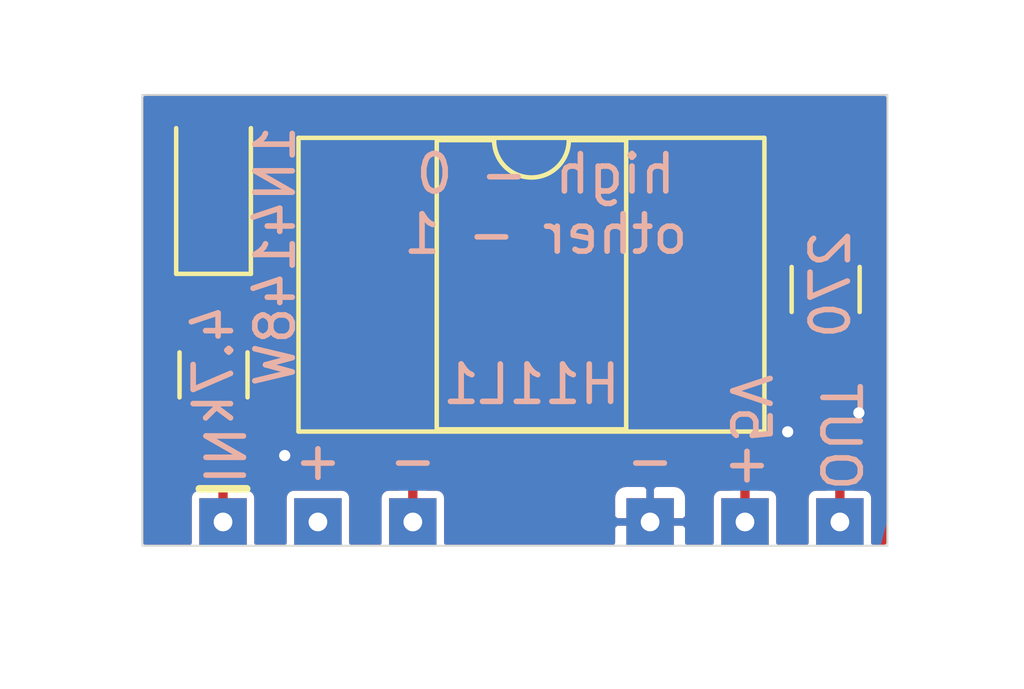
<source format=kicad_pcb>
(kicad_pcb (version 20171130) (host pcbnew 5.1.5+dfsg1-2build2)

  (general
    (thickness 0.8)
    (drawings 13)
    (tracks 29)
    (zones 0)
    (modules 5)
    (nets 9)
  )

  (page A4)
  (layers
    (0 F.Cu signal)
    (31 B.Cu signal)
    (32 B.Adhes user)
    (33 F.Adhes user)
    (34 B.Paste user)
    (35 F.Paste user)
    (36 B.SilkS user)
    (37 F.SilkS user)
    (38 B.Mask user)
    (39 F.Mask user)
    (40 Dwgs.User user)
    (41 Cmts.User user)
    (42 Eco1.User user)
    (43 Eco2.User user)
    (44 Edge.Cuts user)
    (45 Margin user)
    (46 B.CrtYd user)
    (47 F.CrtYd user)
    (48 B.Fab user)
    (49 F.Fab user)
  )

  (setup
    (last_trace_width 0.25)
    (user_trace_width 0.3)
    (trace_clearance 0.2)
    (zone_clearance 0)
    (zone_45_only no)
    (trace_min 0.2)
    (via_size 0.6)
    (via_drill 0.3)
    (via_min_size 0.4)
    (via_min_drill 0.3)
    (user_via 0.6 0.3)
    (uvia_size 0.3)
    (uvia_drill 0.1)
    (uvias_allowed no)
    (uvia_min_size 0.2)
    (uvia_min_drill 0.1)
    (edge_width 0.05)
    (segment_width 0.2)
    (pcb_text_width 0.3)
    (pcb_text_size 1.5 1.5)
    (mod_edge_width 0.12)
    (mod_text_size 1 1)
    (mod_text_width 0.15)
    (pad_size 1.524 1.524)
    (pad_drill 0.762)
    (pad_to_mask_clearance 0.051)
    (solder_mask_min_width 0.25)
    (aux_axis_origin 0 0)
    (visible_elements FFFFFF7F)
    (pcbplotparams
      (layerselection 0x010fc_ffffffff)
      (usegerberextensions false)
      (usegerberattributes false)
      (usegerberadvancedattributes false)
      (creategerberjobfile false)
      (excludeedgelayer true)
      (linewidth 0.100000)
      (plotframeref false)
      (viasonmask false)
      (mode 1)
      (useauxorigin false)
      (hpglpennumber 1)
      (hpglpenspeed 20)
      (hpglpendiameter 15.000000)
      (psnegative false)
      (psa4output false)
      (plotreference true)
      (plotvalue true)
      (plotinvisibletext false)
      (padsonsilk false)
      (subtractmaskfromsilk false)
      (outputformat 1)
      (mirror false)
      (drillshape 0)
      (scaleselection 1)
      (outputdirectory "gerber/"))
  )

  (net 0 "")
  (net 1 OUT)
  (net 2 +5V)
  (net 3 GND)
  (net 4 VINM)
  (net 5 "Net-(U1-Pad3)")
  (net 6 "Net-(J1-Pad2)")
  (net 7 IN)
  (net 8 "Net-(D1-Pad1)")

  (net_class Default "This is the default net class."
    (clearance 0.2)
    (trace_width 0.25)
    (via_dia 0.6)
    (via_drill 0.3)
    (uvia_dia 0.3)
    (uvia_drill 0.1)
    (add_net +5V)
    (add_net GND)
    (add_net IN)
    (add_net "Net-(D1-Pad1)")
    (add_net "Net-(J1-Pad2)")
    (add_net "Net-(U1-Pad3)")
    (add_net OUT)
    (add_net VINM)
  )

  (module Diode_SMD:D_SOD-123 (layer F.Cu) (tedit 58645DC7) (tstamp 63A86606)
    (at 128.27 102.235 90)
    (descr SOD-123)
    (tags SOD-123)
    (path /63A8948C)
    (attr smd)
    (fp_text reference D1 (at 0 -2 90) (layer F.SilkS) hide
      (effects (font (size 1 1) (thickness 0.15)))
    )
    (fp_text value 1N4148W (at -1.778 1.651 90) (layer B.SilkS)
      (effects (font (size 1 1) (thickness 0.15)) (justify mirror))
    )
    (fp_line (start -2.25 -1) (end 1.65 -1) (layer F.SilkS) (width 0.12))
    (fp_line (start -2.25 1) (end 1.65 1) (layer F.SilkS) (width 0.12))
    (fp_line (start -2.35 -1.15) (end -2.35 1.15) (layer F.CrtYd) (width 0.05))
    (fp_line (start 2.35 1.15) (end -2.35 1.15) (layer F.CrtYd) (width 0.05))
    (fp_line (start 2.35 -1.15) (end 2.35 1.15) (layer F.CrtYd) (width 0.05))
    (fp_line (start -2.35 -1.15) (end 2.35 -1.15) (layer F.CrtYd) (width 0.05))
    (fp_line (start -1.4 -0.9) (end 1.4 -0.9) (layer F.Fab) (width 0.1))
    (fp_line (start 1.4 -0.9) (end 1.4 0.9) (layer F.Fab) (width 0.1))
    (fp_line (start 1.4 0.9) (end -1.4 0.9) (layer F.Fab) (width 0.1))
    (fp_line (start -1.4 0.9) (end -1.4 -0.9) (layer F.Fab) (width 0.1))
    (fp_line (start -0.75 0) (end -0.35 0) (layer F.Fab) (width 0.1))
    (fp_line (start -0.35 0) (end -0.35 -0.55) (layer F.Fab) (width 0.1))
    (fp_line (start -0.35 0) (end -0.35 0.55) (layer F.Fab) (width 0.1))
    (fp_line (start -0.35 0) (end 0.25 -0.4) (layer F.Fab) (width 0.1))
    (fp_line (start 0.25 -0.4) (end 0.25 0.4) (layer F.Fab) (width 0.1))
    (fp_line (start 0.25 0.4) (end -0.35 0) (layer F.Fab) (width 0.1))
    (fp_line (start 0.25 0) (end 0.75 0) (layer F.Fab) (width 0.1))
    (fp_line (start -2.25 -1) (end -2.25 1) (layer F.SilkS) (width 0.12))
    (fp_text user %R (at 0 -2 90) (layer F.Fab) hide
      (effects (font (size 1 1) (thickness 0.15)))
    )
    (pad 2 smd rect (at 1.65 0 90) (size 0.9 1.2) (layers F.Cu F.Paste F.Mask)
      (net 4 VINM))
    (pad 1 smd rect (at -1.65 0 90) (size 0.9 1.2) (layers F.Cu F.Paste F.Mask)
      (net 8 "Net-(D1-Pad1)"))
    (model ${KISYS3DMOD}/Diode_SMD.3dshapes/D_SOD-123.wrl
      (at (xyz 0 0 0))
      (scale (xyz 1 1 1))
      (rotate (xyz 0 0 0))
    )
  )

  (module plc88:dio_channel_im (layer F.Cu) (tedit 6397394E) (tstamp 63A85E07)
    (at 135.509 108.585)
    (path /63A863EB)
    (fp_text reference J1 (at 0 0.5) (layer F.SilkS) hide
      (effects (font (size 1 1) (thickness 0.15)))
    )
    (fp_text value dio_channel_i (at 0 -0.5) (layer F.Fab) hide
      (effects (font (size 1 1) (thickness 0.15)))
    )
    (fp_line (start -7.62 1.651) (end -6.35 1.651) (layer F.SilkS) (width 0.2))
    (fp_line (start -8.255 1.905) (end 10.795 1.905) (layer F.CrtYd) (width 0.12))
    (fp_line (start -8.255 3.175) (end -8.255 1.905) (layer F.CrtYd) (width 0.12))
    (fp_line (start 10.795 3.175) (end -8.255 3.175) (layer F.CrtYd) (width 0.12))
    (fp_line (start 10.795 1.905) (end 10.795 3.175) (layer F.CrtYd) (width 0.12))
    (pad 4 thru_hole rect (at 4.445 2.54) (size 1.27 1.27) (drill 0.5) (layers *.Cu *.Mask)
      (net 3 GND))
    (pad 6 thru_hole rect (at 9.525 2.54) (size 1.27 1.27) (drill 0.5) (layers *.Cu *.Mask)
      (net 1 OUT))
    (pad 5 thru_hole rect (at 6.985 2.54) (size 1.27 1.27) (drill 0.5) (layers *.Cu *.Mask)
      (net 2 +5V))
    (pad 3 thru_hole rect (at -1.905 2.54) (size 1.27 1.27) (drill 0.5) (layers *.Cu *.Mask)
      (net 4 VINM))
    (pad 2 thru_hole rect (at -4.445 2.54) (size 1.27 1.27) (drill 0.5) (layers *.Cu *.Mask)
      (net 6 "Net-(J1-Pad2)"))
    (pad 1 thru_hole rect (at -6.985 2.54) (size 1.27 1.27) (drill 0.5) (layers *.Cu *.Mask)
      (net 7 IN))
  )

  (module Resistor_SMD:R_1206_3216Metric (layer F.Cu) (tedit 5B301BBD) (tstamp 63903894)
    (at 144.653 104.902 90)
    (descr "Resistor SMD 1206 (3216 Metric), square (rectangular) end terminal, IPC_7351 nominal, (Body size source: http://www.tortai-tech.com/upload/download/2011102023233369053.pdf), generated with kicad-footprint-generator")
    (tags resistor)
    (path /63903D41)
    (attr smd)
    (fp_text reference R2 (at 0 -1.82 90) (layer F.SilkS) hide
      (effects (font (size 1 1) (thickness 0.15)))
    )
    (fp_text value 270 (at 0.13 0.127 90) (layer B.SilkS)
      (effects (font (size 1 1) (thickness 0.15)) (justify mirror))
    )
    (fp_text user %R (at 0 0 90) (layer F.Fab) hide
      (effects (font (size 0.8 0.8) (thickness 0.12)))
    )
    (fp_line (start 2.28 1.12) (end -2.28 1.12) (layer F.CrtYd) (width 0.05))
    (fp_line (start 2.28 -1.12) (end 2.28 1.12) (layer F.CrtYd) (width 0.05))
    (fp_line (start -2.28 -1.12) (end 2.28 -1.12) (layer F.CrtYd) (width 0.05))
    (fp_line (start -2.28 1.12) (end -2.28 -1.12) (layer F.CrtYd) (width 0.05))
    (fp_line (start -0.602064 0.91) (end 0.602064 0.91) (layer F.SilkS) (width 0.12))
    (fp_line (start -0.602064 -0.91) (end 0.602064 -0.91) (layer F.SilkS) (width 0.12))
    (fp_line (start 1.6 0.8) (end -1.6 0.8) (layer F.Fab) (width 0.1))
    (fp_line (start 1.6 -0.8) (end 1.6 0.8) (layer F.Fab) (width 0.1))
    (fp_line (start -1.6 -0.8) (end 1.6 -0.8) (layer F.Fab) (width 0.1))
    (fp_line (start -1.6 0.8) (end -1.6 -0.8) (layer F.Fab) (width 0.1))
    (pad 2 smd roundrect (at 1.4 0 90) (size 1.25 1.75) (layers F.Cu F.Paste F.Mask) (roundrect_rratio 0.2)
      (net 2 +5V))
    (pad 1 smd roundrect (at -1.4 0 90) (size 1.25 1.75) (layers F.Cu F.Paste F.Mask) (roundrect_rratio 0.2)
      (net 1 OUT))
    (model ${KISYS3DMOD}/Resistor_SMD.3dshapes/R_1206_3216Metric.wrl
      (at (xyz 0 0 0))
      (scale (xyz 1 1 1))
      (rotate (xyz 0 0 0))
    )
  )

  (module Package_DIP:DIP-6_W8.89mm_SMDSocket_LongPads (layer F.Cu) (tedit 5A02E8C5) (tstamp 63807F58)
    (at 136.779 104.775)
    (descr "6-lead though-hole mounted DIP package, row spacing 8.89 mm (350 mils), SMDSocket, LongPads")
    (tags "THT DIP DIL PDIP 2.54mm 8.89mm 350mil SMDSocket LongPads")
    (path /63807E5B)
    (attr smd)
    (fp_text reference U1 (at 0 -4.87) (layer F.SilkS) hide
      (effects (font (size 1 1) (thickness 0.15)))
    )
    (fp_text value H11L1 (at 0 2.667 180) (layer B.SilkS)
      (effects (font (size 1 1) (thickness 0.15)) (justify mirror))
    )
    (fp_text user %R (at 0 0) (layer F.Fab) hide
      (effects (font (size 1 1) (thickness 0.15)))
    )
    (fp_line (start 6.25 -4.15) (end -6.25 -4.15) (layer F.CrtYd) (width 0.05))
    (fp_line (start 6.25 4.15) (end 6.25 -4.15) (layer F.CrtYd) (width 0.05))
    (fp_line (start -6.25 4.15) (end 6.25 4.15) (layer F.CrtYd) (width 0.05))
    (fp_line (start -6.25 -4.15) (end -6.25 4.15) (layer F.CrtYd) (width 0.05))
    (fp_line (start 6.235 -3.93) (end -6.235 -3.93) (layer F.SilkS) (width 0.12))
    (fp_line (start 6.235 3.93) (end 6.235 -3.93) (layer F.SilkS) (width 0.12))
    (fp_line (start -6.235 3.93) (end 6.235 3.93) (layer F.SilkS) (width 0.12))
    (fp_line (start -6.235 -3.93) (end -6.235 3.93) (layer F.SilkS) (width 0.12))
    (fp_line (start 2.535 -3.87) (end 1 -3.87) (layer F.SilkS) (width 0.12))
    (fp_line (start 2.535 3.87) (end 2.535 -3.87) (layer F.SilkS) (width 0.12))
    (fp_line (start -2.535 3.87) (end 2.535 3.87) (layer F.SilkS) (width 0.12))
    (fp_line (start -2.535 -3.87) (end -2.535 3.87) (layer F.SilkS) (width 0.12))
    (fp_line (start -1 -3.87) (end -2.535 -3.87) (layer F.SilkS) (width 0.12))
    (fp_line (start 5.08 -3.87) (end -5.08 -3.87) (layer F.Fab) (width 0.1))
    (fp_line (start 5.08 3.87) (end 5.08 -3.87) (layer F.Fab) (width 0.1))
    (fp_line (start -5.08 3.87) (end 5.08 3.87) (layer F.Fab) (width 0.1))
    (fp_line (start -5.08 -3.87) (end -5.08 3.87) (layer F.Fab) (width 0.1))
    (fp_line (start -3.175 -2.81) (end -2.175 -3.81) (layer F.Fab) (width 0.1))
    (fp_line (start -3.175 3.81) (end -3.175 -2.81) (layer F.Fab) (width 0.1))
    (fp_line (start 3.175 3.81) (end -3.175 3.81) (layer F.Fab) (width 0.1))
    (fp_line (start 3.175 -3.81) (end 3.175 3.81) (layer F.Fab) (width 0.1))
    (fp_line (start -2.175 -3.81) (end 3.175 -3.81) (layer F.Fab) (width 0.1))
    (fp_arc (start 0 -3.87) (end -1 -3.87) (angle -180) (layer F.SilkS) (width 0.12))
    (pad 6 smd rect (at 4.445 -2.54) (size 3.1 1.6) (layers F.Cu F.Paste F.Mask)
      (net 2 +5V))
    (pad 3 smd rect (at -4.445 2.54) (size 3.1 1.6) (layers F.Cu F.Paste F.Mask)
      (net 5 "Net-(U1-Pad3)"))
    (pad 5 smd rect (at 4.445 0) (size 3.1 1.6) (layers F.Cu F.Paste F.Mask)
      (net 3 GND))
    (pad 2 smd rect (at -4.445 0) (size 3.1 1.6) (layers F.Cu F.Paste F.Mask)
      (net 4 VINM))
    (pad 4 smd rect (at 4.445 2.54) (size 3.1 1.6) (layers F.Cu F.Paste F.Mask)
      (net 1 OUT))
    (pad 1 smd rect (at -4.445 -2.54) (size 3.1 1.6) (layers F.Cu F.Paste F.Mask)
      (net 8 "Net-(D1-Pad1)"))
    (model ${KISYS3DMOD}/Package_DIP.3dshapes/DIP-6_W8.89mm_SMDSocket.wrl
      (at (xyz 0 0 0))
      (scale (xyz 1 1 1))
      (rotate (xyz 0 0 0))
    )
  )

  (module Resistor_SMD:R_1206_3216Metric (layer F.Cu) (tedit 5B301BBD) (tstamp 6380C9F6)
    (at 128.27 107.188 270)
    (descr "Resistor SMD 1206 (3216 Metric), square (rectangular) end terminal, IPC_7351 nominal, (Body size source: http://www.tortai-tech.com/upload/download/2011102023233369053.pdf), generated with kicad-footprint-generator")
    (tags resistor)
    (path /6380775F)
    (attr smd)
    (fp_text reference R1 (at 0 -1.82 90) (layer F.SilkS) hide
      (effects (font (size 1 1) (thickness 0.15)))
    )
    (fp_text value 4.7k (at -0.254 0 90) (layer B.SilkS)
      (effects (font (size 1 1) (thickness 0.15)) (justify mirror))
    )
    (fp_text user %R (at 0 0 90) (layer F.Fab) hide
      (effects (font (size 0.8 0.8) (thickness 0.12)))
    )
    (fp_line (start 2.28 1.12) (end -2.28 1.12) (layer F.CrtYd) (width 0.05))
    (fp_line (start 2.28 -1.12) (end 2.28 1.12) (layer F.CrtYd) (width 0.05))
    (fp_line (start -2.28 -1.12) (end 2.28 -1.12) (layer F.CrtYd) (width 0.05))
    (fp_line (start -2.28 1.12) (end -2.28 -1.12) (layer F.CrtYd) (width 0.05))
    (fp_line (start -0.602064 0.91) (end 0.602064 0.91) (layer F.SilkS) (width 0.12))
    (fp_line (start -0.602064 -0.91) (end 0.602064 -0.91) (layer F.SilkS) (width 0.12))
    (fp_line (start 1.6 0.8) (end -1.6 0.8) (layer F.Fab) (width 0.1))
    (fp_line (start 1.6 -0.8) (end 1.6 0.8) (layer F.Fab) (width 0.1))
    (fp_line (start -1.6 -0.8) (end 1.6 -0.8) (layer F.Fab) (width 0.1))
    (fp_line (start -1.6 0.8) (end -1.6 -0.8) (layer F.Fab) (width 0.1))
    (pad 2 smd roundrect (at 1.4 0 270) (size 1.25 1.75) (layers F.Cu F.Paste F.Mask) (roundrect_rratio 0.2)
      (net 7 IN))
    (pad 1 smd roundrect (at -1.4 0 270) (size 1.25 1.75) (layers F.Cu F.Paste F.Mask) (roundrect_rratio 0.2)
      (net 8 "Net-(D1-Pad1)"))
    (model ${KISYS3DMOD}/Resistor_SMD.3dshapes/R_1206_3216Metric.wrl
      (at (xyz 0 0 0))
      (scale (xyz 1 1 1))
      (rotate (xyz 0 0 0))
    )
  )

  (gr_text IN (at 128.524 109.347 270) (layer B.SilkS)
    (effects (font (size 1 1) (thickness 0.15)) (justify mirror))
  )
  (gr_text + (at 131.064 109.474) (layer B.SilkS)
    (effects (font (size 1 1) (thickness 0.15)) (justify mirror))
  )
  (gr_text - (at 133.604 109.474) (layer B.SilkS)
    (effects (font (size 1 1) (thickness 0.15)) (justify mirror))
  )
  (gr_text - (at 139.954 109.474) (layer B.SilkS)
    (effects (font (size 1 1) (thickness 0.15)) (justify mirror))
  )
  (gr_text OUT (at 145.034 108.839 270) (layer B.SilkS)
    (effects (font (size 1 1) (thickness 0.15)) (justify mirror))
  )
  (gr_text +5V (at 142.621 108.712 270) (layer B.SilkS)
    (effects (font (size 1 1) (thickness 0.15)) (justify mirror))
  )
  (gr_text "high - 0\nother - 1" (at 137.16 102.616) (layer B.SilkS)
    (effects (font (size 1 1) (thickness 0.15)) (justify mirror))
  )
  (dimension 13.97 (width 0.15) (layer F.Fab)
    (gr_text "13,970 mm" (at 148.62 104.775 90) (layer F.Fab)
      (effects (font (size 1 1) (thickness 0.15)))
    )
    (feature1 (pts (xy 144.78 97.79) (xy 147.906421 97.79)))
    (feature2 (pts (xy 144.78 111.76) (xy 147.906421 111.76)))
    (crossbar (pts (xy 147.32 111.76) (xy 147.32 97.79)))
    (arrow1a (pts (xy 147.32 97.79) (xy 147.906421 98.916504)))
    (arrow1b (pts (xy 147.32 97.79) (xy 146.733579 98.916504)))
    (arrow2a (pts (xy 147.32 111.76) (xy 147.906421 110.633496)))
    (arrow2b (pts (xy 147.32 111.76) (xy 146.733579 110.633496)))
  )
  (dimension 19.939 (width 0.15) (layer F.Fab)
    (gr_text "19,939 mm" (at 136.3345 116.235) (layer F.Fab)
      (effects (font (size 1 1) (thickness 0.15)))
    )
    (feature1 (pts (xy 146.304 112.395) (xy 146.304 115.521421)))
    (feature2 (pts (xy 126.365 112.395) (xy 126.365 115.521421)))
    (crossbar (pts (xy 126.365 114.935) (xy 146.304 114.935)))
    (arrow1a (pts (xy 146.304 114.935) (xy 145.177496 115.521421)))
    (arrow1b (pts (xy 146.304 114.935) (xy 145.177496 114.348579)))
    (arrow2a (pts (xy 126.365 114.935) (xy 127.491504 115.521421)))
    (arrow2b (pts (xy 126.365 114.935) (xy 127.491504 114.348579)))
  )
  (gr_line (start 146.304 99.695) (end 146.304 111.76) (layer Edge.Cuts) (width 0.05) (tstamp 6380CD58))
  (gr_line (start 126.365 99.695) (end 146.304 99.695) (layer Edge.Cuts) (width 0.05))
  (gr_line (start 126.365 111.76) (end 126.365 99.695) (layer Edge.Cuts) (width 0.05))
  (gr_line (start 146.304 111.76) (end 126.365 111.76) (layer Edge.Cuts) (width 0.05))

  (segment (start 141.224 107.315) (end 143.002 107.315) (width 0.25) (layer F.Cu) (net 1))
  (segment (start 145.034 111.125) (end 145.034 109.347) (width 0.25) (layer F.Cu) (net 1))
  (segment (start 145.034 109.347) (end 144.399 108.077) (width 0.25) (layer F.Cu) (net 1))
  (segment (start 144.399 108.077) (end 143.002 107.315) (width 0.25) (layer F.Cu) (net 1))
  (segment (start 144.399 108.077) (end 144.653 107.188) (width 0.25) (layer F.Cu) (net 1))
  (segment (start 144.653 107.188) (end 144.653 106.302) (width 0.25) (layer F.Cu) (net 1))
  (segment (start 144.653 103.502) (end 142.875 102.235) (width 0.25) (layer F.Cu) (net 2))
  (segment (start 142.875 102.235) (end 141.224 102.235) (width 0.25) (layer F.Cu) (net 2))
  (segment (start 138.43 102.235) (end 141.224 102.235) (width 0.25) (layer F.Cu) (net 2))
  (segment (start 138.43 108.839) (end 138.43 102.235) (width 0.25) (layer F.Cu) (net 2))
  (segment (start 142.494 109.601) (end 138.43 108.839) (width 0.25) (layer F.Cu) (net 2))
  (segment (start 142.494 111.125) (end 142.494 109.601) (width 0.25) (layer F.Cu) (net 2))
  (via (at 143.637 108.712) (size 0.6) (drill 0.3) (layers F.Cu B.Cu) (net 3))
  (via (at 130.175 109.347) (size 0.6) (drill 0.3) (layers F.Cu B.Cu) (net 3))
  (via (at 145.542 108.204) (size 0.6) (drill 0.3) (layers F.Cu B.Cu) (net 3))
  (segment (start 135.128 104.775) (end 132.334 104.775) (width 0.25) (layer F.Cu) (net 4))
  (segment (start 135.128 108.839) (end 135.128 104.775) (width 0.25) (layer F.Cu) (net 4))
  (segment (start 133.604 109.855) (end 135.128 108.839) (width 0.25) (layer F.Cu) (net 4))
  (segment (start 133.604 111.125) (end 133.604 109.855) (width 0.25) (layer F.Cu) (net 4))
  (segment (start 135.128 100.33) (end 135.128 104.775) (width 0.25) (layer F.Cu) (net 4))
  (segment (start 129.921 100.33) (end 135.128 100.33) (width 0.25) (layer F.Cu) (net 4))
  (segment (start 129.159 100.584) (end 129.921 100.33) (width 0.25) (layer F.Cu) (net 4))
  (segment (start 128.27 100.585) (end 129.159 100.584) (width 0.25) (layer F.Cu) (net 4))
  (segment (start 128.524 111.125) (end 128.524 110.109) (width 0.25) (layer F.Cu) (net 7))
  (segment (start 128.524 110.109) (end 128.27 109.474) (width 0.25) (layer F.Cu) (net 7))
  (segment (start 128.27 109.474) (end 128.27 108.588) (width 0.25) (layer F.Cu) (net 7))
  (segment (start 128.27 105.788) (end 128.27 103.885) (width 0.25) (layer F.Cu) (net 8))
  (segment (start 128.27 103.885) (end 128.27 102.235) (width 0.25) (layer F.Cu) (net 8))
  (segment (start 128.27 102.235) (end 132.334 102.235) (width 0.25) (layer F.Cu) (net 8))

  (zone (net 3) (net_name GND) (layer F.Cu) (tstamp 6398BD02) (hatch edge 0.508)
    (connect_pads (clearance 0))
    (min_thickness 0.1)
    (fill yes (arc_segments 32) (thermal_gap 0.3) (thermal_bridge_width 0.2))
    (polygon
      (pts
        (xy 146.558 114.681) (xy 123.571 114.173) (xy 124.46 97.79) (xy 149.225 97.155)
      )
    )
    (filled_polygon
      (pts
        (xy 146.229001 111.685) (xy 145.920209 111.685) (xy 145.920209 110.49) (xy 145.915382 110.440992) (xy 145.901087 110.393866)
        (xy 145.877873 110.350436) (xy 145.846632 110.312368) (xy 145.808564 110.281127) (xy 145.765134 110.257913) (xy 145.718008 110.243618)
        (xy 145.669 110.238791) (xy 145.409 110.238791) (xy 145.409 109.352049) (xy 145.409865 109.320287) (xy 145.405891 109.297013)
        (xy 145.403574 109.273487) (xy 145.399685 109.260666) (xy 145.397432 109.247473) (xy 145.388991 109.225415) (xy 145.382131 109.2028)
        (xy 145.367132 109.174739) (xy 144.799644 108.039765) (xy 145.012733 107.293953) (xy 145.022574 107.261513) (xy 145.024688 107.24005)
        (xy 145.028549 107.218846) (xy 145.028 107.185) (xy 145.028 107.178209) (xy 145.278 107.178209) (xy 145.375781 107.168578)
        (xy 145.469804 107.140057) (xy 145.556457 107.09374) (xy 145.632408 107.031408) (xy 145.69474 106.955457) (xy 145.741057 106.868804)
        (xy 145.769578 106.774781) (xy 145.779209 106.677) (xy 145.779209 105.927) (xy 145.769578 105.829219) (xy 145.741057 105.735196)
        (xy 145.69474 105.648543) (xy 145.632408 105.572592) (xy 145.556457 105.51026) (xy 145.469804 105.463943) (xy 145.375781 105.435422)
        (xy 145.278 105.425791) (xy 144.028 105.425791) (xy 143.930219 105.435422) (xy 143.836196 105.463943) (xy 143.749543 105.51026)
        (xy 143.673592 105.572592) (xy 143.61126 105.648543) (xy 143.564943 105.735196) (xy 143.536422 105.829219) (xy 143.526791 105.927)
        (xy 143.526791 106.677) (xy 143.536422 106.774781) (xy 143.564943 106.868804) (xy 143.61126 106.955457) (xy 143.673592 107.031408)
        (xy 143.749543 107.09374) (xy 143.836196 107.140057) (xy 143.930219 107.168578) (xy 144.028 107.178209) (xy 144.265792 107.178209)
        (xy 144.167169 107.523389) (xy 143.212588 107.002709) (xy 143.211347 107.001691) (xy 143.18013 106.985005) (xy 143.165399 106.97697)
        (xy 143.163938 106.97635) (xy 143.1462 106.966869) (xy 143.130006 106.961957) (xy 143.114434 106.955351) (xy 143.094755 106.951263)
        (xy 143.075513 106.945426) (xy 143.058671 106.943767) (xy 143.04211 106.940327) (xy 143.025209 106.940184) (xy 143.025209 106.515)
        (xy 143.020382 106.465992) (xy 143.006087 106.418866) (xy 142.982873 106.375436) (xy 142.951632 106.337368) (xy 142.913564 106.306127)
        (xy 142.870134 106.282913) (xy 142.823008 106.268618) (xy 142.774 106.263791) (xy 139.674 106.263791) (xy 139.624992 106.268618)
        (xy 139.577866 106.282913) (xy 139.534436 106.306127) (xy 139.496368 106.337368) (xy 139.465127 106.375436) (xy 139.441913 106.418866)
        (xy 139.427618 106.465992) (xy 139.422791 106.515) (xy 139.422791 108.115) (xy 139.427618 108.164008) (xy 139.441913 108.211134)
        (xy 139.465127 108.254564) (xy 139.496368 108.292632) (xy 139.534436 108.323873) (xy 139.577866 108.347087) (xy 139.624992 108.361382)
        (xy 139.674 108.366209) (xy 142.774 108.366209) (xy 142.823008 108.361382) (xy 142.870134 108.347087) (xy 142.913564 108.323873)
        (xy 142.951632 108.292632) (xy 142.982873 108.254564) (xy 143.006087 108.211134) (xy 143.020382 108.164008) (xy 143.025209 108.115)
        (xy 143.025209 107.754816) (xy 144.116185 108.349895) (xy 144.659001 109.435529) (xy 144.659 110.238791) (xy 144.399 110.238791)
        (xy 144.349992 110.243618) (xy 144.302866 110.257913) (xy 144.259436 110.281127) (xy 144.221368 110.312368) (xy 144.190127 110.350436)
        (xy 144.166913 110.393866) (xy 144.152618 110.440992) (xy 144.147791 110.49) (xy 144.147791 111.685) (xy 143.380209 111.685)
        (xy 143.380209 110.49) (xy 143.375382 110.440992) (xy 143.361087 110.393866) (xy 143.337873 110.350436) (xy 143.306632 110.312368)
        (xy 143.268564 110.281127) (xy 143.225134 110.257913) (xy 143.178008 110.243618) (xy 143.129 110.238791) (xy 142.869 110.238791)
        (xy 142.869 109.617345) (xy 142.870791 109.596854) (xy 142.866997 109.56224) (xy 142.863574 109.527487) (xy 142.862968 109.52549)
        (xy 142.862742 109.523426) (xy 142.852278 109.49025) (xy 142.842131 109.4568) (xy 142.841147 109.45496) (xy 142.840522 109.452977)
        (xy 142.823749 109.422409) (xy 142.807309 109.391653) (xy 142.80599 109.390046) (xy 142.804987 109.388218) (xy 142.782569 109.361506)
        (xy 142.760448 109.334552) (xy 142.758837 109.33323) (xy 142.7575 109.331637) (xy 142.730328 109.309834) (xy 142.703347 109.287691)
        (xy 142.70151 109.286709) (xy 142.699886 109.285406) (xy 142.668936 109.269298) (xy 142.6382 109.252869) (xy 142.63621 109.252265)
        (xy 142.634361 109.251303) (xy 142.600873 109.241546) (xy 142.567513 109.231426) (xy 142.547037 109.229409) (xy 138.805 108.527778)
        (xy 138.805 105.575) (xy 139.322306 105.575) (xy 139.329064 105.643612) (xy 139.349077 105.709587) (xy 139.381577 105.770391)
        (xy 139.425315 105.823685) (xy 139.478609 105.867423) (xy 139.539413 105.899923) (xy 139.605388 105.919936) (xy 139.674 105.926694)
        (xy 141.0865 105.925) (xy 141.174 105.8375) (xy 141.174 104.825) (xy 141.274 104.825) (xy 141.274 105.8375)
        (xy 141.3615 105.925) (xy 142.774 105.926694) (xy 142.842612 105.919936) (xy 142.908587 105.899923) (xy 142.969391 105.867423)
        (xy 143.022685 105.823685) (xy 143.066423 105.770391) (xy 143.098923 105.709587) (xy 143.118936 105.643612) (xy 143.125694 105.575)
        (xy 143.124 104.9125) (xy 143.0365 104.825) (xy 141.274 104.825) (xy 141.174 104.825) (xy 139.4115 104.825)
        (xy 139.324 104.9125) (xy 139.322306 105.575) (xy 138.805 105.575) (xy 138.805 103.975) (xy 139.322306 103.975)
        (xy 139.324 104.6375) (xy 139.4115 104.725) (xy 141.174 104.725) (xy 141.174 103.7125) (xy 141.274 103.7125)
        (xy 141.274 104.725) (xy 143.0365 104.725) (xy 143.124 104.6375) (xy 143.125694 103.975) (xy 143.118936 103.906388)
        (xy 143.098923 103.840413) (xy 143.066423 103.779609) (xy 143.022685 103.726315) (xy 142.969391 103.682577) (xy 142.908587 103.650077)
        (xy 142.842612 103.630064) (xy 142.774 103.623306) (xy 141.3615 103.625) (xy 141.274 103.7125) (xy 141.174 103.7125)
        (xy 141.0865 103.625) (xy 139.674 103.623306) (xy 139.605388 103.630064) (xy 139.539413 103.650077) (xy 139.478609 103.682577)
        (xy 139.425315 103.726315) (xy 139.381577 103.779609) (xy 139.349077 103.840413) (xy 139.329064 103.906388) (xy 139.322306 103.975)
        (xy 138.805 103.975) (xy 138.805 102.61) (xy 139.422791 102.61) (xy 139.422791 103.035) (xy 139.427618 103.084008)
        (xy 139.441913 103.131134) (xy 139.465127 103.174564) (xy 139.496368 103.212632) (xy 139.534436 103.243873) (xy 139.577866 103.267087)
        (xy 139.624992 103.281382) (xy 139.674 103.286209) (xy 142.774 103.286209) (xy 142.823008 103.281382) (xy 142.870134 103.267087)
        (xy 142.913564 103.243873) (xy 142.951632 103.212632) (xy 142.982873 103.174564) (xy 143.006087 103.131134) (xy 143.020382 103.084008)
        (xy 143.025209 103.035) (xy 143.025209 102.80251) (xy 143.526791 103.159936) (xy 143.526791 103.877) (xy 143.536422 103.974781)
        (xy 143.564943 104.068804) (xy 143.61126 104.155457) (xy 143.673592 104.231408) (xy 143.749543 104.29374) (xy 143.836196 104.340057)
        (xy 143.930219 104.368578) (xy 144.028 104.378209) (xy 145.278 104.378209) (xy 145.375781 104.368578) (xy 145.469804 104.340057)
        (xy 145.556457 104.29374) (xy 145.632408 104.231408) (xy 145.69474 104.155457) (xy 145.741057 104.068804) (xy 145.769578 103.974781)
        (xy 145.779209 103.877) (xy 145.779209 103.127) (xy 145.769578 103.029219) (xy 145.741057 102.935196) (xy 145.69474 102.848543)
        (xy 145.632408 102.772592) (xy 145.556457 102.71026) (xy 145.469804 102.663943) (xy 145.375781 102.635422) (xy 145.278 102.625791)
        (xy 144.069588 102.625791) (xy 143.103031 101.937025) (xy 143.084347 101.921691) (xy 143.056735 101.906932) (xy 143.029606 101.891364)
        (xy 143.025209 101.889884) (xy 143.025209 101.435) (xy 143.020382 101.385992) (xy 143.006087 101.338866) (xy 142.982873 101.295436)
        (xy 142.951632 101.257368) (xy 142.913564 101.226127) (xy 142.870134 101.202913) (xy 142.823008 101.188618) (xy 142.774 101.183791)
        (xy 139.674 101.183791) (xy 139.624992 101.188618) (xy 139.577866 101.202913) (xy 139.534436 101.226127) (xy 139.496368 101.257368)
        (xy 139.465127 101.295436) (xy 139.441913 101.338866) (xy 139.427618 101.385992) (xy 139.422791 101.435) (xy 139.422791 101.86)
        (xy 138.448419 101.86) (xy 138.43 101.858186) (xy 138.411581 101.86) (xy 138.356487 101.865426) (xy 138.2858 101.886869)
        (xy 138.220653 101.921691) (xy 138.163552 101.968552) (xy 138.116691 102.025653) (xy 138.081869 102.0908) (xy 138.060426 102.161487)
        (xy 138.053186 102.235) (xy 138.055001 102.253429) (xy 138.055 108.822651) (xy 138.053209 108.843145) (xy 138.057003 108.877759)
        (xy 138.060426 108.912512) (xy 138.061032 108.914509) (xy 138.061258 108.916573) (xy 138.071722 108.949749) (xy 138.081869 108.983199)
        (xy 138.082853 108.985039) (xy 138.083478 108.987022) (xy 138.100251 109.01759) (xy 138.116691 109.048346) (xy 138.11801 109.049954)
        (xy 138.119013 109.051781) (xy 138.141412 109.078469) (xy 138.163552 109.105448) (xy 138.165166 109.106773) (xy 138.1665 109.108362)
        (xy 138.193617 109.130121) (xy 138.220653 109.152309) (xy 138.222494 109.153293) (xy 138.224114 109.154593) (xy 138.25501 109.170673)
        (xy 138.2858 109.187131) (xy 138.287792 109.187735) (xy 138.289638 109.188696) (xy 138.323053 109.198432) (xy 138.356487 109.208574)
        (xy 138.376974 109.210592) (xy 142.119001 109.912222) (xy 142.119001 110.238791) (xy 141.859 110.238791) (xy 141.809992 110.243618)
        (xy 141.762866 110.257913) (xy 141.719436 110.281127) (xy 141.681368 110.312368) (xy 141.650127 110.350436) (xy 141.626913 110.393866)
        (xy 141.612618 110.440992) (xy 141.607791 110.49) (xy 141.607791 111.685) (xy 140.940439 111.685) (xy 140.939 111.2625)
        (xy 140.8515 111.175) (xy 140.004 111.175) (xy 140.004 111.685) (xy 139.904 111.685) (xy 139.904 111.175)
        (xy 139.0565 111.175) (xy 138.969 111.2625) (xy 138.967561 111.685) (xy 134.490209 111.685) (xy 134.490209 110.49)
        (xy 138.967306 110.49) (xy 138.969 110.9875) (xy 139.0565 111.075) (xy 139.904 111.075) (xy 139.904 110.2275)
        (xy 140.004 110.2275) (xy 140.004 111.075) (xy 140.8515 111.075) (xy 140.939 110.9875) (xy 140.940694 110.49)
        (xy 140.933936 110.421388) (xy 140.913923 110.355413) (xy 140.881423 110.294609) (xy 140.837685 110.241315) (xy 140.784391 110.197577)
        (xy 140.723587 110.165077) (xy 140.657612 110.145064) (xy 140.589 110.138306) (xy 140.0915 110.14) (xy 140.004 110.2275)
        (xy 139.904 110.2275) (xy 139.8165 110.14) (xy 139.319 110.138306) (xy 139.250388 110.145064) (xy 139.184413 110.165077)
        (xy 139.123609 110.197577) (xy 139.070315 110.241315) (xy 139.026577 110.294609) (xy 138.994077 110.355413) (xy 138.974064 110.421388)
        (xy 138.967306 110.49) (xy 134.490209 110.49) (xy 134.485382 110.440992) (xy 134.471087 110.393866) (xy 134.447873 110.350436)
        (xy 134.416632 110.312368) (xy 134.378564 110.281127) (xy 134.335134 110.257913) (xy 134.288008 110.243618) (xy 134.239 110.238791)
        (xy 133.979 110.238791) (xy 133.979 110.055693) (xy 135.320857 109.161122) (xy 135.337346 109.152309) (xy 135.36538 109.129303)
        (xy 135.394169 109.105727) (xy 135.394296 109.105573) (xy 135.394448 109.105448) (xy 135.417831 109.076955) (xy 135.441089 109.048675)
        (xy 135.441182 109.048502) (xy 135.441309 109.048347) (xy 135.458848 109.015533) (xy 135.475979 108.983565) (xy 135.476036 108.983378)
        (xy 135.476131 108.9832) (xy 135.486988 108.947409) (xy 135.497496 108.9129) (xy 135.497515 108.912707) (xy 135.497574 108.912513)
        (xy 135.501249 108.875202) (xy 135.504813 108.839395) (xy 135.503 108.820786) (xy 135.503 104.793419) (xy 135.504814 104.775)
        (xy 135.503 104.756581) (xy 135.503 100.348419) (xy 135.504814 100.33) (xy 135.497574 100.256487) (xy 135.476131 100.1858)
        (xy 135.441309 100.120653) (xy 135.394448 100.063552) (xy 135.337347 100.016691) (xy 135.2722 99.981869) (xy 135.201513 99.960426)
        (xy 135.146419 99.955) (xy 135.128 99.953186) (xy 135.109581 99.955) (xy 129.952782 99.955) (xy 129.947711 99.954134)
        (xy 129.915913 99.955) (xy 129.902581 99.955) (xy 129.897485 99.955502) (xy 129.873871 99.956145) (xy 129.860818 99.959113)
        (xy 129.847487 99.960426) (xy 129.824867 99.967288) (xy 129.819888 99.96842) (xy 129.807274 99.972625) (xy 129.7768 99.981869)
        (xy 129.772258 99.984297) (xy 129.121209 100.201313) (xy 129.121209 100.135) (xy 129.116382 100.085992) (xy 129.102087 100.038866)
        (xy 129.078873 99.995436) (xy 129.047632 99.957368) (xy 129.009564 99.926127) (xy 128.966134 99.902913) (xy 128.919008 99.888618)
        (xy 128.87 99.883791) (xy 127.67 99.883791) (xy 127.620992 99.888618) (xy 127.573866 99.902913) (xy 127.530436 99.926127)
        (xy 127.492368 99.957368) (xy 127.461127 99.995436) (xy 127.437913 100.038866) (xy 127.423618 100.085992) (xy 127.418791 100.135)
        (xy 127.418791 101.035) (xy 127.423618 101.084008) (xy 127.437913 101.131134) (xy 127.461127 101.174564) (xy 127.492368 101.212632)
        (xy 127.530436 101.243873) (xy 127.573866 101.267087) (xy 127.620992 101.281382) (xy 127.67 101.286209) (xy 128.87 101.286209)
        (xy 128.919008 101.281382) (xy 128.966134 101.267087) (xy 129.009564 101.243873) (xy 129.047632 101.212632) (xy 129.078873 101.174564)
        (xy 129.102087 101.131134) (xy 129.116382 101.084008) (xy 129.121209 101.035) (xy 129.121209 100.959043) (xy 129.127427 100.959036)
        (xy 129.132289 100.959866) (xy 129.164299 100.958994) (xy 129.177841 100.958979) (xy 129.182726 100.958492) (xy 129.206129 100.957855)
        (xy 129.219388 100.95484) (xy 129.232929 100.953491) (xy 129.255339 100.946665) (xy 129.260111 100.94558) (xy 129.272928 100.941308)
        (xy 129.303591 100.931968) (xy 129.307941 100.929637) (xy 129.981852 100.705) (xy 134.753 100.705) (xy 134.753001 104.4)
        (xy 134.135209 104.4) (xy 134.135209 103.975) (xy 134.130382 103.925992) (xy 134.116087 103.878866) (xy 134.092873 103.835436)
        (xy 134.061632 103.797368) (xy 134.023564 103.766127) (xy 133.980134 103.742913) (xy 133.933008 103.728618) (xy 133.884 103.723791)
        (xy 130.784 103.723791) (xy 130.734992 103.728618) (xy 130.687866 103.742913) (xy 130.644436 103.766127) (xy 130.606368 103.797368)
        (xy 130.575127 103.835436) (xy 130.551913 103.878866) (xy 130.537618 103.925992) (xy 130.532791 103.975) (xy 130.532791 105.575)
        (xy 130.537618 105.624008) (xy 130.551913 105.671134) (xy 130.575127 105.714564) (xy 130.606368 105.752632) (xy 130.644436 105.783873)
        (xy 130.687866 105.807087) (xy 130.734992 105.821382) (xy 130.784 105.826209) (xy 133.884 105.826209) (xy 133.933008 105.821382)
        (xy 133.980134 105.807087) (xy 134.023564 105.783873) (xy 134.061632 105.752632) (xy 134.092873 105.714564) (xy 134.116087 105.671134)
        (xy 134.130382 105.624008) (xy 134.135209 105.575) (xy 134.135209 105.15) (xy 134.753001 105.15) (xy 134.753 108.638306)
        (xy 133.41115 109.532874) (xy 133.394654 109.541691) (xy 133.366279 109.564977) (xy 133.337831 109.588274) (xy 133.337705 109.588427)
        (xy 133.337553 109.588552) (xy 133.314254 109.616942) (xy 133.290911 109.645326) (xy 133.290818 109.645499) (xy 133.290692 109.645653)
        (xy 133.273337 109.678122) (xy 133.256021 109.710436) (xy 133.255963 109.710625) (xy 133.25587 109.7108) (xy 133.245198 109.745982)
        (xy 133.234504 109.781101) (xy 133.234484 109.781298) (xy 133.234427 109.781487) (xy 133.230836 109.817947) (xy 133.227187 109.854606)
        (xy 133.229001 109.873224) (xy 133.229001 110.238791) (xy 132.969 110.238791) (xy 132.919992 110.243618) (xy 132.872866 110.257913)
        (xy 132.829436 110.281127) (xy 132.791368 110.312368) (xy 132.760127 110.350436) (xy 132.736913 110.393866) (xy 132.722618 110.440992)
        (xy 132.717791 110.49) (xy 132.717791 111.685) (xy 131.950209 111.685) (xy 131.950209 110.49) (xy 131.945382 110.440992)
        (xy 131.931087 110.393866) (xy 131.907873 110.350436) (xy 131.876632 110.312368) (xy 131.838564 110.281127) (xy 131.795134 110.257913)
        (xy 131.748008 110.243618) (xy 131.699 110.238791) (xy 130.429 110.238791) (xy 130.379992 110.243618) (xy 130.332866 110.257913)
        (xy 130.289436 110.281127) (xy 130.251368 110.312368) (xy 130.220127 110.350436) (xy 130.196913 110.393866) (xy 130.182618 110.440992)
        (xy 130.177791 110.49) (xy 130.177791 111.685) (xy 129.410209 111.685) (xy 129.410209 110.49) (xy 129.405382 110.440992)
        (xy 129.391087 110.393866) (xy 129.367873 110.350436) (xy 129.336632 110.312368) (xy 129.298564 110.281127) (xy 129.255134 110.257913)
        (xy 129.208008 110.243618) (xy 129.159 110.238791) (xy 128.899 110.238791) (xy 128.899 110.129708) (xy 128.900786 110.113593)
        (xy 128.899 110.092874) (xy 128.899 110.090581) (xy 128.897415 110.07449) (xy 128.894442 110.039998) (xy 128.8938 110.037786)
        (xy 128.893574 110.035487) (xy 128.883504 110.00229) (xy 128.879019 109.98683) (xy 128.87817 109.984707) (xy 128.872131 109.9648)
        (xy 128.864486 109.950497) (xy 128.669971 109.464209) (xy 128.895 109.464209) (xy 128.992781 109.454578) (xy 129.086804 109.426057)
        (xy 129.173457 109.37974) (xy 129.249408 109.317408) (xy 129.31174 109.241457) (xy 129.358057 109.154804) (xy 129.386578 109.060781)
        (xy 129.396209 108.963) (xy 129.396209 108.213) (xy 129.386578 108.115219) (xy 129.358057 108.021196) (xy 129.31174 107.934543)
        (xy 129.249408 107.858592) (xy 129.173457 107.79626) (xy 129.086804 107.749943) (xy 128.992781 107.721422) (xy 128.895 107.711791)
        (xy 127.645 107.711791) (xy 127.547219 107.721422) (xy 127.453196 107.749943) (xy 127.366543 107.79626) (xy 127.290592 107.858592)
        (xy 127.22826 107.934543) (xy 127.181943 108.021196) (xy 127.153422 108.115219) (xy 127.143791 108.213) (xy 127.143791 108.963)
        (xy 127.153422 109.060781) (xy 127.181943 109.154804) (xy 127.22826 109.241457) (xy 127.290592 109.317408) (xy 127.366543 109.37974)
        (xy 127.453196 109.426057) (xy 127.547219 109.454578) (xy 127.645 109.464209) (xy 127.89379 109.464209) (xy 127.893214 109.469407)
        (xy 127.895 109.490126) (xy 127.895 109.492418) (xy 127.896584 109.508505) (xy 127.899558 109.543001) (xy 127.9002 109.545213)
        (xy 127.900426 109.547512) (xy 127.910496 109.580709) (xy 127.914981 109.596169) (xy 127.91583 109.598292) (xy 127.921869 109.618199)
        (xy 127.929514 109.632502) (xy 128.149001 110.18122) (xy 128.149001 110.238791) (xy 127.889 110.238791) (xy 127.839992 110.243618)
        (xy 127.792866 110.257913) (xy 127.749436 110.281127) (xy 127.711368 110.312368) (xy 127.680127 110.350436) (xy 127.656913 110.393866)
        (xy 127.642618 110.440992) (xy 127.637791 110.49) (xy 127.637791 111.685) (xy 126.44 111.685) (xy 126.44 105.413)
        (xy 127.143791 105.413) (xy 127.143791 106.163) (xy 127.153422 106.260781) (xy 127.181943 106.354804) (xy 127.22826 106.441457)
        (xy 127.290592 106.517408) (xy 127.366543 106.57974) (xy 127.453196 106.626057) (xy 127.547219 106.654578) (xy 127.645 106.664209)
        (xy 128.895 106.664209) (xy 128.992781 106.654578) (xy 129.086804 106.626057) (xy 129.173457 106.57974) (xy 129.249408 106.517408)
        (xy 129.251384 106.515) (xy 130.532791 106.515) (xy 130.532791 108.115) (xy 130.537618 108.164008) (xy 130.551913 108.211134)
        (xy 130.575127 108.254564) (xy 130.606368 108.292632) (xy 130.644436 108.323873) (xy 130.687866 108.347087) (xy 130.734992 108.361382)
        (xy 130.784 108.366209) (xy 133.884 108.366209) (xy 133.933008 108.361382) (xy 133.980134 108.347087) (xy 134.023564 108.323873)
        (xy 134.061632 108.292632) (xy 134.092873 108.254564) (xy 134.116087 108.211134) (xy 134.130382 108.164008) (xy 134.135209 108.115)
        (xy 134.135209 106.515) (xy 134.130382 106.465992) (xy 134.116087 106.418866) (xy 134.092873 106.375436) (xy 134.061632 106.337368)
        (xy 134.023564 106.306127) (xy 133.980134 106.282913) (xy 133.933008 106.268618) (xy 133.884 106.263791) (xy 130.784 106.263791)
        (xy 130.734992 106.268618) (xy 130.687866 106.282913) (xy 130.644436 106.306127) (xy 130.606368 106.337368) (xy 130.575127 106.375436)
        (xy 130.551913 106.418866) (xy 130.537618 106.465992) (xy 130.532791 106.515) (xy 129.251384 106.515) (xy 129.31174 106.441457)
        (xy 129.358057 106.354804) (xy 129.386578 106.260781) (xy 129.396209 106.163) (xy 129.396209 105.413) (xy 129.386578 105.315219)
        (xy 129.358057 105.221196) (xy 129.31174 105.134543) (xy 129.249408 105.058592) (xy 129.173457 104.99626) (xy 129.086804 104.949943)
        (xy 128.992781 104.921422) (xy 128.895 104.911791) (xy 128.645 104.911791) (xy 128.645 104.586209) (xy 128.87 104.586209)
        (xy 128.919008 104.581382) (xy 128.966134 104.567087) (xy 129.009564 104.543873) (xy 129.047632 104.512632) (xy 129.078873 104.474564)
        (xy 129.102087 104.431134) (xy 129.116382 104.384008) (xy 129.121209 104.335) (xy 129.121209 103.435) (xy 129.116382 103.385992)
        (xy 129.102087 103.338866) (xy 129.078873 103.295436) (xy 129.047632 103.257368) (xy 129.009564 103.226127) (xy 128.966134 103.202913)
        (xy 128.919008 103.188618) (xy 128.87 103.183791) (xy 128.645 103.183791) (xy 128.645 102.61) (xy 130.532791 102.61)
        (xy 130.532791 103.035) (xy 130.537618 103.084008) (xy 130.551913 103.131134) (xy 130.575127 103.174564) (xy 130.606368 103.212632)
        (xy 130.644436 103.243873) (xy 130.687866 103.267087) (xy 130.734992 103.281382) (xy 130.784 103.286209) (xy 133.884 103.286209)
        (xy 133.933008 103.281382) (xy 133.980134 103.267087) (xy 134.023564 103.243873) (xy 134.061632 103.212632) (xy 134.092873 103.174564)
        (xy 134.116087 103.131134) (xy 134.130382 103.084008) (xy 134.135209 103.035) (xy 134.135209 101.435) (xy 134.130382 101.385992)
        (xy 134.116087 101.338866) (xy 134.092873 101.295436) (xy 134.061632 101.257368) (xy 134.023564 101.226127) (xy 133.980134 101.202913)
        (xy 133.933008 101.188618) (xy 133.884 101.183791) (xy 130.784 101.183791) (xy 130.734992 101.188618) (xy 130.687866 101.202913)
        (xy 130.644436 101.226127) (xy 130.606368 101.257368) (xy 130.575127 101.295436) (xy 130.551913 101.338866) (xy 130.537618 101.385992)
        (xy 130.532791 101.435) (xy 130.532791 101.86) (xy 128.288419 101.86) (xy 128.27 101.858186) (xy 128.251581 101.86)
        (xy 128.196487 101.865426) (xy 128.1258 101.886869) (xy 128.060653 101.921691) (xy 128.003552 101.968552) (xy 127.956691 102.025653)
        (xy 127.921869 102.0908) (xy 127.900426 102.161487) (xy 127.893186 102.235) (xy 127.895001 102.253429) (xy 127.895 103.183791)
        (xy 127.67 103.183791) (xy 127.620992 103.188618) (xy 127.573866 103.202913) (xy 127.530436 103.226127) (xy 127.492368 103.257368)
        (xy 127.461127 103.295436) (xy 127.437913 103.338866) (xy 127.423618 103.385992) (xy 127.418791 103.435) (xy 127.418791 104.335)
        (xy 127.423618 104.384008) (xy 127.437913 104.431134) (xy 127.461127 104.474564) (xy 127.492368 104.512632) (xy 127.530436 104.543873)
        (xy 127.573866 104.567087) (xy 127.620992 104.581382) (xy 127.67 104.586209) (xy 127.895001 104.586209) (xy 127.895 104.911791)
        (xy 127.645 104.911791) (xy 127.547219 104.921422) (xy 127.453196 104.949943) (xy 127.366543 104.99626) (xy 127.290592 105.058592)
        (xy 127.22826 105.134543) (xy 127.181943 105.221196) (xy 127.153422 105.315219) (xy 127.143791 105.413) (xy 126.44 105.413)
        (xy 126.44 99.77) (xy 146.229 99.77)
      )
    )
  )
  (zone (net 3) (net_name GND) (layer B.Cu) (tstamp 6398BCFF) (hatch edge 0.508)
    (connect_pads (clearance 0))
    (min_thickness 0.1)
    (fill yes (arc_segments 32) (thermal_gap 0.3) (thermal_bridge_width 0.2))
    (polygon
      (pts
        (xy 145.542 114.046) (xy 122.555 113.538) (xy 123.825 97.79) (xy 149.86 97.155)
      )
    )
    (filled_polygon
      (pts
        (xy 146.229001 111.156734) (xy 146.093956 111.685) (xy 145.920209 111.685) (xy 145.920209 110.49) (xy 145.915382 110.440992)
        (xy 145.901087 110.393866) (xy 145.877873 110.350436) (xy 145.846632 110.312368) (xy 145.808564 110.281127) (xy 145.765134 110.257913)
        (xy 145.718008 110.243618) (xy 145.669 110.238791) (xy 144.399 110.238791) (xy 144.349992 110.243618) (xy 144.302866 110.257913)
        (xy 144.259436 110.281127) (xy 144.221368 110.312368) (xy 144.190127 110.350436) (xy 144.166913 110.393866) (xy 144.152618 110.440992)
        (xy 144.147791 110.49) (xy 144.147791 111.685) (xy 143.380209 111.685) (xy 143.380209 110.49) (xy 143.375382 110.440992)
        (xy 143.361087 110.393866) (xy 143.337873 110.350436) (xy 143.306632 110.312368) (xy 143.268564 110.281127) (xy 143.225134 110.257913)
        (xy 143.178008 110.243618) (xy 143.129 110.238791) (xy 141.859 110.238791) (xy 141.809992 110.243618) (xy 141.762866 110.257913)
        (xy 141.719436 110.281127) (xy 141.681368 110.312368) (xy 141.650127 110.350436) (xy 141.626913 110.393866) (xy 141.612618 110.440992)
        (xy 141.607791 110.49) (xy 141.607791 111.685) (xy 140.940439 111.685) (xy 140.939 111.2625) (xy 140.8515 111.175)
        (xy 140.004 111.175) (xy 140.004 111.685) (xy 139.904 111.685) (xy 139.904 111.175) (xy 139.0565 111.175)
        (xy 138.969 111.2625) (xy 138.967561 111.685) (xy 134.490209 111.685) (xy 134.490209 110.49) (xy 138.967306 110.49)
        (xy 138.969 110.9875) (xy 139.0565 111.075) (xy 139.904 111.075) (xy 139.904 110.2275) (xy 140.004 110.2275)
        (xy 140.004 111.075) (xy 140.8515 111.075) (xy 140.939 110.9875) (xy 140.940694 110.49) (xy 140.933936 110.421388)
        (xy 140.913923 110.355413) (xy 140.881423 110.294609) (xy 140.837685 110.241315) (xy 140.784391 110.197577) (xy 140.723587 110.165077)
        (xy 140.657612 110.145064) (xy 140.589 110.138306) (xy 140.0915 110.14) (xy 140.004 110.2275) (xy 139.904 110.2275)
        (xy 139.8165 110.14) (xy 139.319 110.138306) (xy 139.250388 110.145064) (xy 139.184413 110.165077) (xy 139.123609 110.197577)
        (xy 139.070315 110.241315) (xy 139.026577 110.294609) (xy 138.994077 110.355413) (xy 138.974064 110.421388) (xy 138.967306 110.49)
        (xy 134.490209 110.49) (xy 134.485382 110.440992) (xy 134.471087 110.393866) (xy 134.447873 110.350436) (xy 134.416632 110.312368)
        (xy 134.378564 110.281127) (xy 134.335134 110.257913) (xy 134.288008 110.243618) (xy 134.239 110.238791) (xy 132.969 110.238791)
        (xy 132.919992 110.243618) (xy 132.872866 110.257913) (xy 132.829436 110.281127) (xy 132.791368 110.312368) (xy 132.760127 110.350436)
        (xy 132.736913 110.393866) (xy 132.722618 110.440992) (xy 132.717791 110.49) (xy 132.717791 111.685) (xy 131.950209 111.685)
        (xy 131.950209 110.49) (xy 131.945382 110.440992) (xy 131.931087 110.393866) (xy 131.907873 110.350436) (xy 131.876632 110.312368)
        (xy 131.838564 110.281127) (xy 131.795134 110.257913) (xy 131.748008 110.243618) (xy 131.699 110.238791) (xy 130.429 110.238791)
        (xy 130.379992 110.243618) (xy 130.332866 110.257913) (xy 130.289436 110.281127) (xy 130.251368 110.312368) (xy 130.220127 110.350436)
        (xy 130.196913 110.393866) (xy 130.182618 110.440992) (xy 130.177791 110.49) (xy 130.177791 111.685) (xy 129.410209 111.685)
        (xy 129.410209 110.49) (xy 129.405382 110.440992) (xy 129.391087 110.393866) (xy 129.367873 110.350436) (xy 129.336632 110.312368)
        (xy 129.298564 110.281127) (xy 129.255134 110.257913) (xy 129.208008 110.243618) (xy 129.159 110.238791) (xy 127.889 110.238791)
        (xy 127.839992 110.243618) (xy 127.792866 110.257913) (xy 127.749436 110.281127) (xy 127.711368 110.312368) (xy 127.680127 110.350436)
        (xy 127.656913 110.393866) (xy 127.642618 110.440992) (xy 127.637791 110.49) (xy 127.637791 111.685) (xy 126.44 111.685)
        (xy 126.44 99.77) (xy 146.229 99.77)
      )
    )
  )
)

</source>
